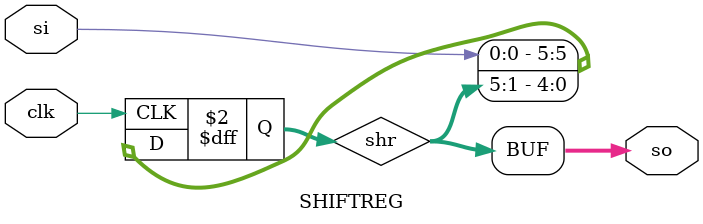
<source format=v>
module SHIFTREG(clk, si, so);
    input  clk;
    input  si;
    output [5:0] so;
reg [5:0] shr;

always @(posedge clk) begin
    shr <= {si, shr[5:1]};
end

assign so = shr;
endmodule

</source>
